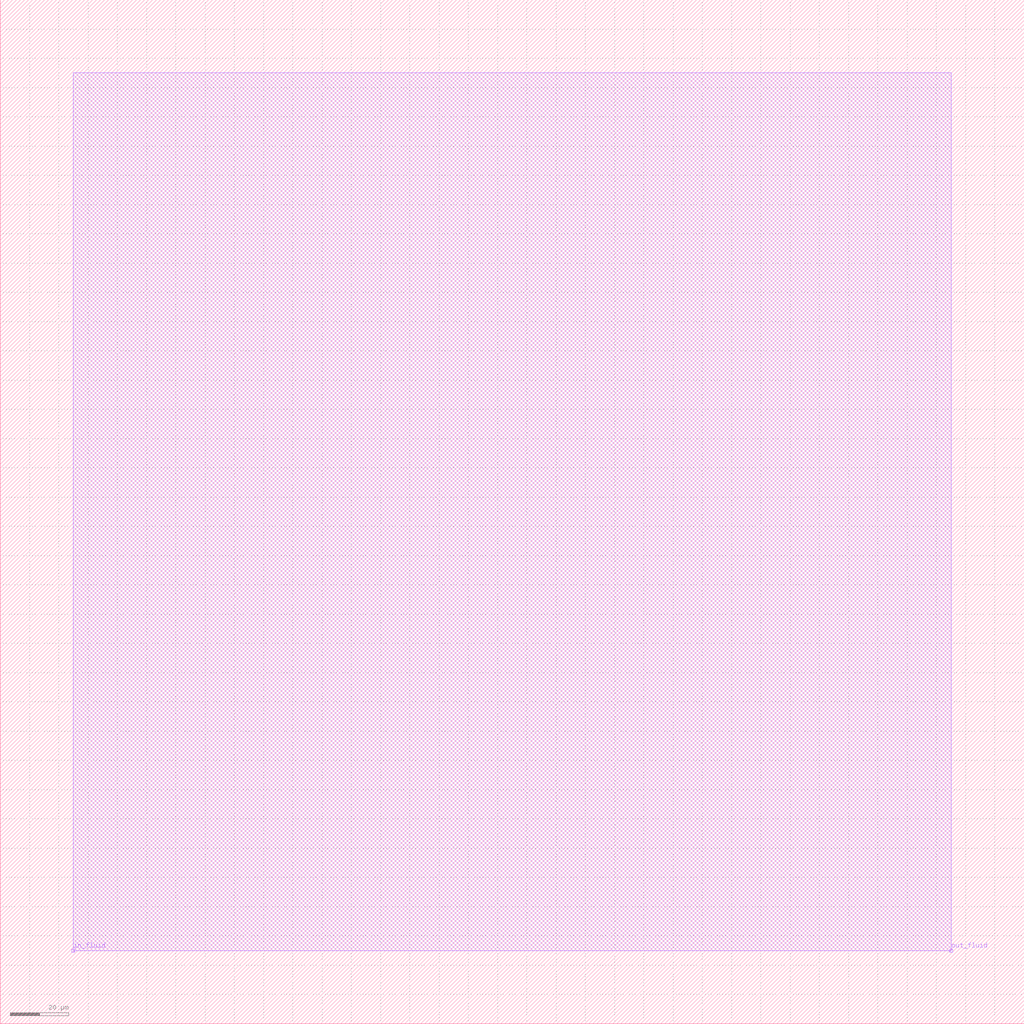
<source format=lef>
VERSION 5.7 ;
BUSBITCHARS "[]" ;
DIVIDERCHAR "/" ;

################################## FUNCTIONAL ##################################

MACRO valve_20px_1
  CLASS CORE ;
  ORIGIN 0 0 ;
  FOREIGN valve_20px_1 0 0 ;
  SIZE 100 BY 100 ;
  SYMMETRY X Y ;
  SITE CoreSite ;
  PIN in_air
    DIRECTION INPUT ;
    USE SIGNAL ;
    PORT
      LAYER met2 ;
        RECT 49.5 74.5 50.5 75.5 ;
    END
  END in_air
  PIN out_air
    DIRECTION OUTPUT ;
    USE SIGNAL ;
    PORT
      LAYER met2 ;
        RECT 49.5 24.5 50.5 25.5 ;
    END
  END out_air
  PIN in_fluid
    DIRECTION INPUT ;
    USE SIGNAL ;
    PORT
      LAYER met1 ;
        RECT 24.5 49.5 25.5 50.5 ;
    END
  END in_fluid
  PIN out_fluid
    DIRECTION OUTPUT ;
    USE SIGNAL ;
    PORT
      LAYER met1 ;
        RECT 74.5 49.5 75.5 50.5 ;
    END
  END out_fluid
  PROPERTY CatenaDesignType "deviceLevel" ;
END valve_20px_1

MACRO valve_20px4way_0
  CLASS CORE ;
  ORIGIN 0 0 ;
  FOREIGN valve_20px4way_0 0 0 ;
  SIZE 100 BY 100 ;
  SYMMETRY X Y ;
  SITE CoreSite ;
  PIN in_air
    DIRECTION INPUT ;
    USE SIGNAL ;
    PORT
      LAYER met2 ;
        RECT 49.5 74.5 50.5 75.5 ;
    END
  END in_air
  PIN out_air
    DIRECTION OUTPUT ;
    USE SIGNAL ;
    PORT
      LAYER met2 ;
        RECT 49.5 24.5 50.5 25.5 ;
    END
  END out_air
  PIN in_fluid_0
    DIRECTION INPUT ;
    USE SIGNAL ;
    PORT
      LAYER met1 ;
        RECT 24.5 49.5 25.5 50.5 ;
    END
  END in_fluid_0
  PIN out_fluid_0
    DIRECTION OUTPUT ;
    USE SIGNAL ;
    PORT
      LAYER met1 ;
        RECT 74.5 49.5 75.5 50.5 ;
    END
  END out_fluid_0
  PIN in_fluid_1
    DIRECTION INPUT ;
    USE SIGNAL ;
    PORT
      LAYER met1 ;
        RECT 49.5 24.5 50.5 25.5 ;
    END
  END in_fluid_1
  PIN out_fluid_1
    DIRECTION OUTPUT ;
    USE SIGNAL ;
    PORT
      LAYER met1 ;
        RECT 49.5 74.5 50.5 75.5 ;
    END
  END out_fluid_1
  PROPERTY CatenaDesignType "deviceLevel" ;
END valve_20px4way_0

MACRO pump_40px_0
  CLASS CORE ;
  ORIGIN 0 0 ;
  FOREIGN pump_40px_0 0 0 ;
  SIZE 150 BY 200 ;
  SYMMETRY X Y ;
  SITE CoreSite ;
  PIN in_air_valve1
    DIRECTION INPUT ;
    USE SIGNAL ;
    PORT
      LAYER met2 ;
        RECT 24.5 149.5 25.5 150.5 ;
    END
  END in_air_valve1
  PIN out_air_valve1
    DIRECTION OUTPUT ;
    USE SIGNAL ;
    PORT
      LAYER met2 ;
        RECT 124.5 149.5 125.5 150.5 ;
    END
  END out_air_valve1
  PIN in_air_dc
    DIRECTION INPUT ;
    USE SIGNAL ;
    PORT
      LAYER met2 ;
        RECT 24.5 99.5 25.5 100.5 ;
    END
  END in_air_dc
  PIN out_air_dc
    DIRECTION OUTPUT ;
    USE SIGNAL ;
    PORT
      LAYER met2 ;
        RECT 124.5 99.5 125.5 100.5 ;
    END
  END out_air_dc
  PIN in_air_valve2
    DIRECTION INPUT ;
    USE SIGNAL ;
    PORT
      LAYER met2 ;
        RECT 24.5 49.5 25.5 50.5 ;
    END
  END in_air_valve2
  PIN out_air_valve2
    DIRECTION OUTPUT ;
    USE SIGNAL ;
    PORT
      LAYER met2 ;
        RECT 124.5 49.5 125.5 50.5 ;
    END
  END out_air_valve2
  PIN in_fluid
    DIRECTION INPUT ;
    USE SIGNAL ;
    PORT
      LAYER met1 ;
        RECT 74.5 174.5 75.5 175.5 ;
    END
  END in_fluid
  PIN out_fluid
    DIRECTION OUTPUT ;
    USE SIGNAL ;
    PORT
      LAYER met1 ;
        RECT 74.5 24.5 75.5 25.5 ;
    END
  END out_fluid
  OBS
    LAYER met1 ;
      RECT 50 25 100 175 ;
    LAYER met2 ;
      RECT 25 50 125 150 ;
  END
  PROPERTY CatenaDesignType "deviceLevel" ;
END pump_40px_0

MACRO pump_40px_1
  CLASS CORE ;
  ORIGIN 0 0 ;
  FOREIGN pump_40px_1 0 0 ;
  SIZE 200 BY 150 ;
  SYMMETRY X Y ;
  SITE CoreSite ;
  PIN in_air_valve1
    DIRECTION INPUT ;
    USE SIGNAL ;
    PORT
      LAYER met2 ;
        RECT 49.5 124.5 50.5 125.5 ;
    END
  END in_air_valve1
  PIN out_air_valve1
    DIRECTION OUTPUT ;
    USE SIGNAL ;
    PORT
      LAYER met2 ;
        RECT 49.5 24.5 50.5 25.5 ;
    END
  END out_air_valve1
  PIN in_air_dc
    DIRECTION INPUT ;
    USE SIGNAL ;
    PORT
      LAYER met2 ;
        RECT 99.5 124.5 100.5 125.5 ;
    END
  END in_air_dc
  PIN out_air_dc
    DIRECTION OUTPUT ;
    USE SIGNAL ;
    PORT
      LAYER met2 ;
        RECT 99.5 24.5 100.5 25.5 ;
    END
  END out_air_dc
  PIN in_air_valve2
    DIRECTION INPUT ;
    USE SIGNAL ;
    PORT
      LAYER met2 ;
        RECT 149.5 124.5 150.5 125.5 ;
    END
  END in_air_valve2
  PIN out_air_valve2
    DIRECTION OUTPUT ;
    USE SIGNAL ;
    PORT
      LAYER met2 ;
        RECT 149.5 24.5 150.5 25.5 ;
    END
  END out_air_valve2
  PIN in_fluid
    DIRECTION INPUT ;
    USE SIGNAL ;
    PORT
      LAYER met1 ;
        RECT 24.5 74.5 25.5 75.5 ;
    END
  END in_fluid
  PIN out_fluid
    DIRECTION OUTPUT ;
    USE SIGNAL ;
    PORT
      LAYER met1 ;
        RECT 174.5 74.5 175.5 75.5 ;
    END
  END out_fluid
  OBS
    LAYER met1 ;
      RECT 25 50 175 100 ;
    LAYER met2 ;
      RECT 50 25 150 125 ;
  END
  PROPERTY CatenaDesignType "deviceLevel" ;
END pump_40px_1

MACRO serpentine_25px_0
  CLASS CORE ;
  ORIGIN  0 0 ;
  FOREIGN serpentine_25px_0 0 0 ;
  SIZE 75 BY 75 ;
  SYMMETRY X Y ;
  SITE CoreSite ;
  PIN in_fluid
    DIRECTION INPUT ;
    USE SIGNAL ;
    PORT
      LAYER met1 ;
        RECT 24.5 24.5 25.5 25.5 ;
    END
  END in_fluid
  PIN out_fluid
    DIRECTION OUTPUT ;
    USE SIGNAL ;
    PORT
      LAYER met1 ;
        RECT 49.5 49.5 50.5 50.5 ;
    END
  END out_fluid
  OBS
    LAYER met1 ;
      RECT 25 25 50 50 ;
  END
  PROPERTY CatenaDesignType "deviceLevel" ;
END serpentine_25px_0

MACRO serpentine_50px_0
  CLASS CORE ;
  ORIGIN  0 0 ;
  FOREIGN serpentine_50px_0 0 0 ;
  SIZE 100 BY 100 ;
  SYMMETRY X Y ;
  SITE CoreSite ;
  PIN in_fluid
    DIRECTION INPUT ;
    USE SIGNAL ;
    PORT
      LAYER met1 ;
        RECT 24.5 24.5 25.5 25.5 ;
    END
  END in_fluid
  PIN out_fluid
    DIRECTION OUTPUT ;
    USE SIGNAL ;
    PORT
      LAYER met1 ;
        RECT 74.5 24.5 75.5 25.5 ;
    END
  END out_fluid
  OBS
    LAYER met1 ;
      RECT 25 25 75 75 ;
  END
  PROPERTY CatenaDesignType "deviceLevel" ;
END serpentine_50px_0

MACRO serpentine_75px_0
  CLASS CORE ;
  ORIGIN  0 0 ;
  FOREIGN serpentine_75px_0 0 0 ;
  SIZE 125 BY 125 ;
  SYMMETRY X Y ;
  SITE CoreSite ;
  PIN in_fluid
    DIRECTION INPUT ;
    USE SIGNAL ;
    PORT
      LAYER met1 ;
        RECT 24.5 24.5 25.5 25.5 ;
    END
  END in_fluid
  PIN out_fluid
    DIRECTION OUTPUT ;
    USE SIGNAL ;
    PORT
      LAYER met1 ;
        RECT 99.5 99.5 100.5 100.5 ;
    END
  END out_fluid
  OBS
    LAYER met1 ;
      RECT 25 25 100 100 ;
  END
  PROPERTY CatenaDesignType "deviceLevel" ;
END serpentine_75px_0

MACRO serpentine_100px_0
  CLASS CORE ;
  ORIGIN  0 0 ;
  FOREIGN serpentine_100px_0 0 0 ;
  SIZE 150 BY 150 ;
  SYMMETRY X Y ;
  SITE CoreSite ;
  PIN in_fluid
    DIRECTION INPUT ;
    USE SIGNAL ;
    PORT
      LAYER met1 ;
        RECT 24.5 24.5 25.5 25.5 ;
    END
  END in_fluid
  PIN out_fluid
    DIRECTION OUTPUT ;
    USE SIGNAL ;
    PORT
      LAYER met1 ;
        RECT 124.5 24.5 125.5 25.5 ;
    END
  END out_fluid
  OBS
    LAYER met1 ;
      RECT 25 25 125 125 ;
  END
  PROPERTY CatenaDesignType "deviceLevel" ;
END serpentine_100px_0

MACRO serpentine_150px_0
  CLASS CORE ;
  ORIGIN  0 0 ;
  FOREIGN serpentine_150px_0 0 0 ;
  SIZE 200 BY 200 ;
  SYMMETRY X Y ;
  SITE CoreSite ;
  PIN in_fluid
    DIRECTION INPUT ;
    USE SIGNAL ;
    PORT
      LAYER met1 ;
        RECT 24.5 24.5 25.5 25.5 ;
    END
  END in_fluid
  PIN out_fluid
    DIRECTION OUTPUT ;
    USE SIGNAL ;
    PORT
      LAYER met1 ;
        RECT 174.5 24.5 175.5 25.5 ;
    END
  END out_fluid
  OBS
    LAYER met1 ;
      RECT 25 25 175 175 ;
  END
  PROPERTY CatenaDesignType "deviceLevel" ;
END serpentine_150px_0

MACRO serpentine_200px_0
  CLASS CORE ;
  ORIGIN  0 0 ;
  FOREIGN serpentine_200px_0 0 0 ;
  SIZE 250 BY 250 ;
  SYMMETRY X Y ;
  SITE CoreSite ;
  PIN in_fluid
    DIRECTION INPUT ;
    USE SIGNAL ;
    PORT
      LAYER met1 ;
        RECT 24.5 24.5 25.5 25.5 ;
    END
  END in_fluid
  PIN out_fluid
    DIRECTION OUTPUT ;
    USE SIGNAL ;
    PORT
      LAYER met1 ;
        RECT 224.5 24.5 225.5 25.5 ;
    END
  END out_fluid
  OBS
    LAYER met1 ;
      RECT 25 25 225 225 ;
  END
  PROPERTY CatenaDesignType "deviceLevel" ;
END serpentine_200px_0

MACRO serpentine_300px_0
  CLASS CORE ;
  ORIGIN  0 0 ;
  FOREIGN serpentine_300px_0 0 0 ;
  SIZE 350 BY 350 ;
  SYMMETRY X Y ;
  SITE CoreSite ;
  PIN in_fluid
    DIRECTION INPUT ;
    USE SIGNAL ;
    PORT
      LAYER met1 ;
        RECT 24.5 24.5 25.5 25.5 ;
    END
  END in_fluid
  PIN out_fluid
    DIRECTION OUTPUT ;
    USE SIGNAL ;
    PORT
      LAYER met1 ;
        RECT 324.5 24.5 325.5 25.5 ;
    END
  END out_fluid
  OBS
    LAYER met1 ;
      RECT 25 25 325 325 ;
  END
  PROPERTY CatenaDesignType "deviceLevel" ;
END serpentine_300px_0

MACRO diffmix_25px_0
  CLASS CORE ;
  ORIGIN  0 0 ;
  FOREIGN diffmix_25px_0 0 0 ;
  SIZE 75 BY 75 ;
  SYMMETRY X Y ;
  SITE CoreSite ;
  PIN a_fluid
    DIRECTION INPUT ;
    USE SIGNAL ;
    PORT
      LAYER met1 ;
        RECT 24.5 49.5 25.5 50.5 ;
    END
  END a_fluid
  PIN b_fluid
    DIRECTION INPUT ;
    USE SIGNAL ;
    PORT
      LAYER met1 ;
        RECT 24.5 24.5 25.5 25.5 ;
    END
  END b_fluid
  PIN out_fluid
    DIRECTION OUTPUT ;
    USE SIGNAL ;
    PORT
      LAYER met1 ;
        RECT 49.5 49.5 50.5 50.5 ;
    END
  END out_fluid
  OBS
    LAYER met1 ;
      RECT 25 25 50 50 ;
    LAYER met2 ;
      RECT 25 25 50 50 ;
    LAYER met3 ;
      RECT 25 25 50 50 ;
  END
  PROPERTY CatenaDesignType "deviceLevel" ;
END diffmix_25px_0

################################# NEEDS FIXING #################################
MACRO valve_20px_0
  CLASS CORE ;
  ORIGIN 0 0 ;
  FOREIGN valve_20px_0 0 0 ;
  SIZE 136 BY 80 ;
  SYMMETRY X Y ;
  SITE CoreSite ;
  PIN in_air
    DIRECTION INPUT ;
    USE SIGNAL ;
    PORT
      LAYER met3 ;
        RECT 10 16 18 24 ;
    END
  END in_air
  PIN out_air
    DIRECTION OUTPUT ;
    USE SIGNAL ;
    PORT
      LAYER met3 ;
        RECT 72 62 80 70 ;
    END
  END out_air
  PIN in_fluid
    DIRECTION INPUT ;
    USE SIGNAL ;
    PORT
      LAYER met1 ;
        RECT 65 17 71 23 ;
    END
  END in_fluid
  PIN out_fluid
    DIRECTION OUTPUT ;
    USE SIGNAL ;
    PORT
      LAYER met2 ;
        RECT 118 16 126 24 ;
    END
  END out_fluid
  OBS
    LAYER met3 ;
      RECT 10 11 23 29 ;
    LAYER met2 ;
      RECT 10 11 23 29 ;
    LAYER met1 ;
      RECT 60 17 76 28 ;
  END
  PROPERTY CatenaDesignType "deviceLevel" ;
END valve_20px_0

END LIBRARY
</source>
